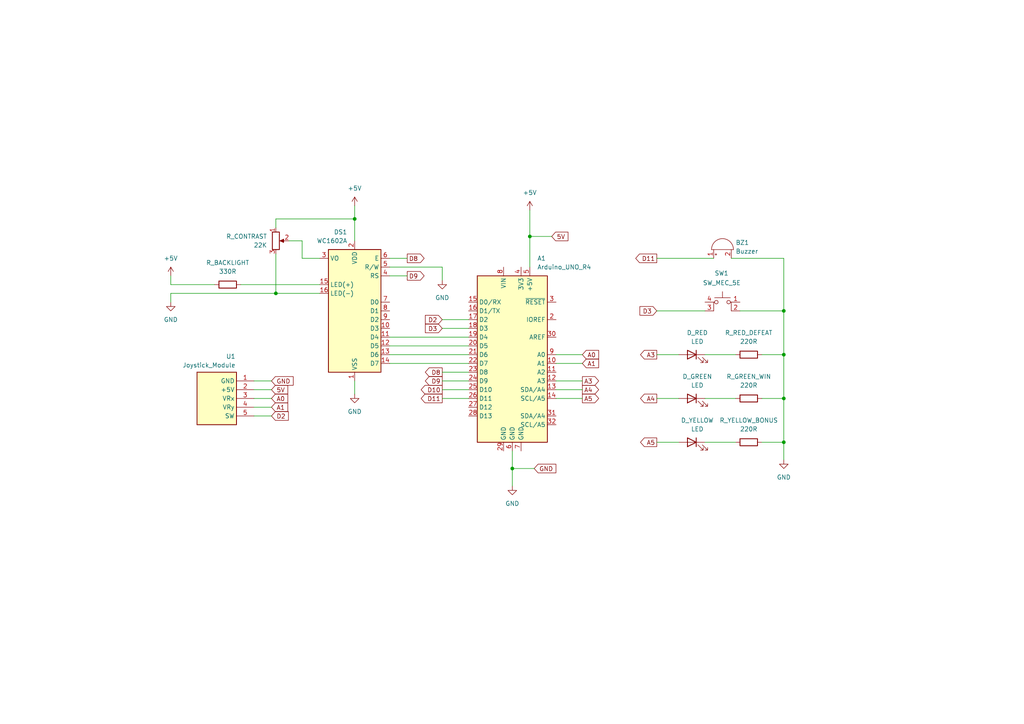
<source format=kicad_sch>
(kicad_sch (version 20250114) (generator "eeschema") (generator_version "9.0")
  (paper "A4")
  (lib_symbols
    (symbol "Device:Buzzer" (pin_names (offset 0.0254) (hide yes))
      (property "Reference" "BZ" (at 3.81 1.27 0))
      (property "Value" "Buzzer" (at 3.81 -1.27 0))
      (symbol "Buzzer_0_1"
        (polyline (pts (xy -1.651 1.905) (xy -1.143 1.905)))
        (polyline (pts (xy -1.397 2.159) (xy -1.397 1.651)))
        (arc (start 0 3.175) (mid 3.1612 0) (end 0 -3.175))
        (polyline (pts (xy 0 3.175) (xy 0 -3.175)))
      )
      (symbol "Buzzer_1_1"
        (pin passive line (at -2.54 2.54 0) (length 2.54) (name "+") (number "1"))
        (pin passive line (at -2.54 -2.54 0) (length 2.54) (name "-") (number "2"))
      )
    )
    (symbol "Device:LED" (pin_numbers (hide yes)) (pin_names (offset 1.016) (hide yes))
      (property "Reference" "D" (at 0 2.54 0))
      (property "Value" "LED" (at 0 -2.54 0))
      (symbol "LED_0_1"
        (polyline (pts (xy -3.048 -0.762) (xy -4.572 -2.286) (xy -3.81 -2.286) (xy -4.572 -2.286) (xy -4.572 -1.524)))
        (polyline (pts (xy -1.778 -0.762) (xy -3.302 -2.286) (xy -2.54 -2.286) (xy -3.302 -2.286) (xy -3.302 -1.524)))
        (polyline (pts (xy -1.27 0) (xy 1.27 0)))
        (polyline (pts (xy -1.27 -1.27) (xy -1.27 1.27)) (stroke (width 0.254)))
        (polyline (pts (xy 1.27 -1.27) (xy 1.27 1.27) (xy -1.27 0) (xy 1.27 -1.27)) (stroke (width 0.254)))
      )
      (symbol "LED_1_1"
        (pin passive line (at -3.81 0 0) (length 2.54) (name "K") (number "1"))
        (pin passive line (at 3.81 0 180) (length 2.54) (name "A") (number "2"))
      )
    )
    (symbol "Device:R" (pin_numbers (hide yes)) (pin_names (offset 0))
      (property "Reference" "R" (at 2.032 0 90))
      (property "Value" "R" (at 0 0 90))
      (symbol "R_0_1"
        (rectangle (start -1.016 -2.54) (end 1.016 2.54) (stroke (width 0.254)))
      )
      (symbol "R_1_1"
        (pin passive line (at 0 3.81 270) (length 1.27) (name "~") (number "1"))
        (pin passive line (at 0 -3.81 90) (length 1.27) (name "~") (number "2"))
      )
    )
    (symbol "Device:R_Potentiometer" (pin_names (offset 1.016) (hide yes))
      (property "Reference" "RV" (at -4.445 0 90))
      (property "Value" "R_Potentiometer" (at -2.54 0 90))
      (symbol "R_Potentiometer_0_1"
        (rectangle (start 1.016 2.54) (end -1.016 -2.54) (stroke (width 0.254)))
        (polyline (pts (xy 1.143 0) (xy 2.286 0.508) (xy 2.286 -0.508) (xy 1.143 0)) (fill (type outline)))
        (polyline (pts (xy 2.54 0) (xy 1.524 0)))
      )
      (symbol "R_Potentiometer_1_1"
        (pin passive line (at 0 3.81 270) (length 1.27) (name "1") (number "1"))
        (pin passive line (at 0 -3.81 90) (length 1.27) (name "3") (number "3"))
        (pin passive line (at 3.81 0 180) (length 1.27) (name "2") (number "2"))
      )
    )
    (symbol "Display_Character:WC1602A"
      (property "Reference" "DS" (at -5.842 19.05 0))
      (property "Value" "WC1602A" (at 5.334 19.05 0))
      (symbol "WC1602A_1_1"
        (rectangle (start -7.62 17.78) (end 7.62 -17.78) (stroke (width 0.254)) (fill (type background)))
        (pin input line (at -10.16 15.24 0) (length 2.54) (name "E") (number "6"))
        (pin input line (at -10.16 12.7 0) (length 2.54) (name "R/W") (number "5"))
        (pin input line (at -10.16 10.16 0) (length 2.54) (name "RS") (number "4"))
        (pin input line (at -10.16 2.54 0) (length 2.54) (name "D0") (number "7"))
        (pin input line (at -10.16 0 0) (length 2.54) (name "D1") (number "8"))
        (pin input line (at -10.16 -2.54 0) (length 2.54) (name "D2") (number "9"))
        (pin input line (at -10.16 -5.08 0) (length 2.54) (name "D3") (number "10"))
        (pin input line (at -10.16 -7.62 0) (length 2.54) (name "D4") (number "11"))
        (pin input line (at -10.16 -10.16 0) (length 2.54) (name "D5") (number "12"))
        (pin input line (at -10.16 -12.7 0) (length 2.54) (name "D6") (number "13"))
        (pin input line (at -10.16 -15.24 0) (length 2.54) (name "D7") (number "14"))
        (pin power_in line (at 0 20.32 270) (length 2.54) (name "VDD") (number "2"))
        (pin power_in line (at 0 -20.32 90) (length 2.54) (name "VSS") (number "1"))
        (pin input line (at 10.16 15.24 180) (length 2.54) (name "VO") (number "3"))
        (pin power_in line (at 10.16 7.62 180) (length 2.54) (name "LED(+)") (number "15"))
        (pin power_in line (at 10.16 5.08 180) (length 2.54) (name "LED(-)") (number "16"))
      )
    )
    (symbol "MCU_RoboticsLab:Arduino_UNO_R4"
      (property "Reference" "A" (at -10.16 23.495 0))
      (property "Value" "Arduino_UNO_R4" (at 5.08 -26.67 0))
      (symbol "Arduino_UNO_R4_0_1"
        (rectangle (start -10.16 22.86) (end 10.16 -25.4) (stroke (width 0.254)) (fill (type background)))
      )
      (symbol "Arduino_UNO_R4_1_1"
        (pin bidirectional line (at -12.7 15.24 0) (length 2.54) (name "D0/RX") (number "15"))
        (pin bidirectional line (at -12.7 12.7 0) (length 2.54) (name "D1/TX") (number "16"))
        (pin bidirectional line (at -12.7 10.16 0) (length 2.54) (name "D2") (number "17"))
        (pin bidirectional line (at -12.7 7.62 0) (length 2.54) (name "D3") (number "18"))
        (pin bidirectional line (at -12.7 5.08 0) (length 2.54) (name "D4") (number "19"))
        (pin bidirectional line (at -12.7 2.54 0) (length 2.54) (name "D5") (number "20"))
        (pin bidirectional line (at -12.7 0 0) (length 2.54) (name "D6") (number "21"))
        (pin bidirectional line (at -12.7 -2.54 0) (length 2.54) (name "D7") (number "22"))
        (pin bidirectional line (at -12.7 -5.08 0) (length 2.54) (name "D8") (number "23"))
        (pin bidirectional line (at -12.7 -7.62 0) (length 2.54) (name "D9") (number "24"))
        (pin bidirectional line (at -12.7 -10.16 0) (length 2.54) (name "D10") (number "25"))
        (pin bidirectional line (at -12.7 -12.7 0) (length 2.54) (name "D11") (number "26"))
        (pin bidirectional line (at -12.7 -15.24 0) (length 2.54) (name "D12") (number "27"))
        (pin bidirectional line (at -12.7 -17.78 0) (length 2.54) (name "D13") (number "28"))
        (pin no_connect line (at -10.16 -20.32 0) (length 2.54) (hide yes) (name "NC") (number "1"))
        (pin power_in line (at -2.54 25.4 270) (length 2.54) (name "VIN") (number "8"))
        (pin power_in line (at -2.54 -27.94 90) (length 2.54) (name "GND") (number "29"))
        (pin power_in line (at 0 -27.94 90) (length 2.54) (name "GND") (number "6"))
        (pin power_out line (at 2.54 25.4 270) (length 2.54) (name "3V3") (number "4"))
        (pin power_in line (at 2.54 -27.94 90) (length 2.54) (name "GND") (number "7"))
        (pin power_out line (at 5.08 25.4 270) (length 2.54) (name "+5V") (number "5"))
        (pin input line (at 12.7 15.24 180) (length 2.54) (name "~{RESET}") (number "3"))
        (pin output line (at 12.7 10.16 180) (length 2.54) (name "IOREF") (number "2"))
        (pin input line (at 12.7 5.08 180) (length 2.54) (name "AREF") (number "30"))
        (pin bidirectional line (at 12.7 0 180) (length 2.54) (name "A0") (number "9"))
        (pin bidirectional line (at 12.7 -2.54 180) (length 2.54) (name "A1") (number "10"))
        (pin bidirectional line (at 12.7 -5.08 180) (length 2.54) (name "A2") (number "11"))
        (pin bidirectional line (at 12.7 -7.62 180) (length 2.54) (name "A3") (number "12"))
        (pin bidirectional line (at 12.7 -10.16 180) (length 2.54) (name "SDA/A4") (number "13"))
        (pin bidirectional line (at 12.7 -12.7 180) (length 2.54) (name "SCL/A5") (number "14"))
        (pin bidirectional line (at 12.7 -17.78 180) (length 2.54) (name "SDA/A4") (number "31"))
        (pin bidirectional line (at 12.7 -20.32 180) (length 2.54) (name "SCL/A5") (number "32"))
      )
    )
    (symbol "Robotics_sensors:Joystick_Module"
      (property "Reference" "U" (at -4.826 12.192 0))
      (property "Value" "Joystick_Module" (at -4.826 9.652 0))
      (symbol "Joystick_Module_1_1"
        (rectangle (start -5.08 7.62) (end 6.35 -7.62) (stroke (width 0.254)) (fill (type background)))
        (pin power_in line (at -10.16 5.08 0) (length 5.08) (name "GND") (number "1"))
        (pin power_in line (at -10.16 2.54 0) (length 5.08) (name "+5V") (number "2"))
        (pin output line (at -10.16 0 0) (length 5.08) (name "VRx") (number "3"))
        (pin output line (at -10.16 -2.54 0) (length 5.08) (name "VRy") (number "4"))
        (pin output line (at -10.16 -5.08 0) (length 5.08) (name "SW") (number "5"))
      )
    )
    (symbol "Switch:SW_MEC_5E" (pin_names (offset 1.016) (hide yes))
      (property "Reference" "SW" (at 0.635 5.715 0))
      (property "Value" "SW_MEC_5E" (at 0 -3.175 0))
      (symbol "SW_MEC_5E_0_1"
        (polyline (pts (xy -2.54 0) (xy -2.54 2.54) (xy -2.286 2.54)))
        (polyline (pts (xy -2.286 3.81) (xy 2.286 3.81)))
        (circle (center -1.778 2.54) (radius 0.508))
        (polyline (pts (xy 0 3.81) (xy 0 5.588)))
        (circle (center 1.778 2.54) (radius 0.508))
        (polyline (pts (xy 2.54 0) (xy 2.54 2.54) (xy 2.286 2.54)))
        (pin passive line (at -5.08 2.54 0) (length 2.54) (name "1") (number "1"))
        (pin passive line (at -5.08 0 0) (length 2.54) (name "2") (number "2"))
        (pin passive line (at 5.08 2.54 180) (length 2.54) (name "A") (number "4"))
        (pin passive line (at 5.08 0 180) (length 2.54) (name "K") (number "3"))
      )
    )
    (symbol "power:+5V" (power) (pin_numbers (hide yes)) (pin_names (offset 0) (hide yes))
      (property "Value" "+5V" (at 0 3.556 0))
      (symbol "+5V_0_1"
        (polyline (pts (xy -0.762 1.27) (xy 0 2.54)))
        (polyline (pts (xy 0 2.54) (xy 0.762 1.27)))
        (polyline (pts (xy 0 0) (xy 0 2.54)))
      )
      (symbol "+5V_1_1"
        (pin power_in line (at 0 0 90) (length 0) (name "~") (number "1"))
      )
    )
    (symbol "power:GND" (power) (pin_numbers (hide yes)) (pin_names (offset 0) (hide yes))
      (property "Value" "GND" (at 0 -3.81 0))
      (symbol "GND_0_1"
        (polyline (pts (xy 0 0) (xy 0 -1.27) (xy 1.27 -1.27) (xy 0 -2.54) (xy -1.27 -1.27) (xy 0 -1.27)))
      )
      (symbol "GND_1_1"
        (pin power_in line (at 0 0 270) (length 0) (name "~") (number "1"))
      )
    )
  )
  (junction (at 227.33 115.57))
  (junction (at 227.33 90.17))
  (junction (at 80.01 85.09))
  (junction (at 153.67 68.58))
  (junction (at 148.59 135.89))
  (junction (at 227.33 102.87))
  (junction (at 102.87 63.5))
  (junction (at 227.33 128.27))
  (wire (pts (xy 78.74 115.57) (xy 73.66 115.57)))
  (wire (pts (xy 220.98 102.87) (xy 227.33 102.87)))
  (wire (pts (xy 113.03 77.47) (xy 128.27 77.47)))
  (wire (pts (xy 78.74 110.49) (xy 73.66 110.49)))
  (wire (pts (xy 113.03 97.79) (xy 135.89 97.79)))
  (wire (pts (xy 102.87 63.5) (xy 102.87 69.85)))
  (wire (pts (xy 102.87 63.5) (xy 80.01 63.5)))
  (wire (pts (xy 80.01 73.66) (xy 80.01 85.09)))
  (wire (pts (xy 87.63 69.85) (xy 87.63 74.93)))
  (wire (pts (xy 87.63 69.85) (xy 83.82 69.85)))
  (wire (pts (xy 204.47 128.27) (xy 213.36 128.27)))
  (wire (pts (xy 161.29 110.49) (xy 168.91 110.49)))
  (wire (pts (xy 161.29 105.41) (xy 168.91 105.41)))
  (wire (pts (xy 227.33 90.17) (xy 227.33 102.87)))
  (wire (pts (xy 128.27 115.57) (xy 135.89 115.57)))
  (wire (pts (xy 148.59 135.89) (xy 154.94 135.89)))
  (wire (pts (xy 113.03 105.41) (xy 135.89 105.41)))
  (wire (pts (xy 190.5 115.57) (xy 196.85 115.57)))
  (wire (pts (xy 220.98 115.57) (xy 227.33 115.57)))
  (wire (pts (xy 128.27 92.71) (xy 135.89 92.71)))
  (wire (pts (xy 92.71 82.55) (xy 69.85 82.55)))
  (wire (pts (xy 128.27 110.49) (xy 135.89 110.49)))
  (wire (pts (xy 204.47 115.57) (xy 213.36 115.57)))
  (wire (pts (xy 78.74 120.65) (xy 73.66 120.65)))
  (wire (pts (xy 148.59 135.89) (xy 148.59 140.97)))
  (wire (pts (xy 227.33 115.57) (xy 227.33 128.27)))
  (wire (pts (xy 161.29 102.87) (xy 168.91 102.87)))
  (wire (pts (xy 128.27 95.25) (xy 135.89 95.25)))
  (wire (pts (xy 212.09 74.93) (xy 227.33 74.93)))
  (wire (pts (xy 227.33 74.93) (xy 227.33 90.17)))
  (wire (pts (xy 220.98 128.27) (xy 227.33 128.27)))
  (wire (pts (xy 128.27 107.95) (xy 135.89 107.95)))
  (wire (pts (xy 92.71 85.09) (xy 80.01 85.09)))
  (wire (pts (xy 49.53 82.55) (xy 49.53 80.01)))
  (wire (pts (xy 153.67 68.58) (xy 153.67 77.47)))
  (wire (pts (xy 227.33 128.27) (xy 227.33 133.35)))
  (wire (pts (xy 161.29 115.57) (xy 168.91 115.57)))
  (wire (pts (xy 148.59 130.81) (xy 148.59 135.89)))
  (wire (pts (xy 113.03 102.87) (xy 135.89 102.87)))
  (wire (pts (xy 161.29 113.03) (xy 168.91 113.03)))
  (wire (pts (xy 190.5 128.27) (xy 196.85 128.27)))
  (wire (pts (xy 153.67 60.96) (xy 153.67 68.58)))
  (wire (pts (xy 113.03 100.33) (xy 135.89 100.33)))
  (wire (pts (xy 113.03 74.93) (xy 118.11 74.93)))
  (wire (pts (xy 214.63 90.17) (xy 227.33 90.17)))
  (wire (pts (xy 190.5 74.93) (xy 207.01 74.93)))
  (wire (pts (xy 102.87 59.69) (xy 102.87 63.5)))
  (wire (pts (xy 49.53 85.09) (xy 49.53 87.63)))
  (wire (pts (xy 227.33 102.87) (xy 227.33 115.57)))
  (wire (pts (xy 113.03 80.01) (xy 118.11 80.01)))
  (wire (pts (xy 102.87 110.49) (xy 102.87 114.3)))
  (wire (pts (xy 87.63 74.93) (xy 92.71 74.93)))
  (wire (pts (xy 78.74 113.03) (xy 73.66 113.03)))
  (wire (pts (xy 128.27 113.03) (xy 135.89 113.03)))
  (wire (pts (xy 190.5 90.17) (xy 204.47 90.17)))
  (wire (pts (xy 78.74 118.11) (xy 73.66 118.11)))
  (wire (pts (xy 49.53 82.55) (xy 62.23 82.55)))
  (wire (pts (xy 204.47 102.87) (xy 213.36 102.87)))
  (wire (pts (xy 153.67 68.58) (xy 160.02 68.58)))
  (wire (pts (xy 128.27 77.47) (xy 128.27 81.28)))
  (wire (pts (xy 190.5 102.87) (xy 196.85 102.87)))
  (wire (pts (xy 80.01 85.09) (xy 49.53 85.09)))
  (wire (pts (xy 80.01 63.5) (xy 80.01 66.04)))
  (global_label "A4" (shape output) (at 168.91 113.03 0) (property "Intersheetrefs" "${INTERSHEET_REFS}" (effects (hide yes))))
  (global_label "A3" (shape output) (at 190.5 102.87 180) (property "Intersheetrefs" "${INTERSHEET_REFS}" (effects (hide yes))))
  (global_label "D10" (shape output) (at 128.27 113.03 180) (property "Intersheetrefs" "${INTERSHEET_REFS}" (effects (hide yes))))
  (global_label "D8" (shape output) (at 128.27 107.95 180) (property "Intersheetrefs" "${INTERSHEET_REFS}" (effects (hide yes))))
  (global_label "A5" (shape output) (at 168.91 115.57 0) (property "Intersheetrefs" "${INTERSHEET_REFS}" (effects (hide yes))))
  (global_label "5V" (shape input) (at 160.02 68.58 0) (property "Intersheetrefs" "${INTERSHEET_REFS}" (effects (hide yes))))
  (global_label "A5" (shape output) (at 190.5 128.27 180) (property "Intersheetrefs" "${INTERSHEET_REFS}" (effects (hide yes))))
  (global_label "GND" (shape input) (at 154.94 135.89 0) (property "Intersheetrefs" "${INTERSHEET_REFS}" (effects (hide yes))))
  (global_label "GND" (shape input) (at 78.74 110.49 0) (property "Intersheetrefs" "${INTERSHEET_REFS}" (effects (hide yes))))
  (global_label "D3" (shape input) (at 128.27 95.25 180) (property "Intersheetrefs" "${INTERSHEET_REFS}" (effects (hide yes))))
  (global_label "D2" (shape input) (at 128.27 92.71 180) (property "Intersheetrefs" "${INTERSHEET_REFS}" (effects (hide yes))))
  (global_label "A0" (shape input) (at 78.74 115.57 0) (property "Intersheetrefs" "${INTERSHEET_REFS}" (effects (hide yes))))
  (global_label "D11" (shape output) (at 128.27 115.57 180) (property "Intersheetrefs" "${INTERSHEET_REFS}" (effects (hide yes))))
  (global_label "D9" (shape output) (at 118.11 80.01 0) (property "Intersheetrefs" "${INTERSHEET_REFS}" (effects (hide yes))))
  (global_label "A0" (shape input) (at 168.91 102.87 0) (property "Intersheetrefs" "${INTERSHEET_REFS}" (effects (hide yes))))
  (global_label "A4" (shape output) (at 190.5 115.57 180) (property "Intersheetrefs" "${INTERSHEET_REFS}" (effects (hide yes))))
  (global_label "5V" (shape input) (at 78.74 113.03 0) (property "Intersheetrefs" "${INTERSHEET_REFS}" (effects (hide yes))))
  (global_label "A3" (shape output) (at 168.91 110.49 0) (property "Intersheetrefs" "${INTERSHEET_REFS}" (effects (hide yes))))
  (global_label "D11" (shape output) (at 190.5 74.93 180) (property "Intersheetrefs" "${INTERSHEET_REFS}" (effects (hide yes))))
  (global_label "D3" (shape input) (at 190.5 90.17 180) (property "Intersheetrefs" "${INTERSHEET_REFS}" (effects (hide yes))))
  (global_label "D8" (shape output) (at 118.11 74.93 0) (property "Intersheetrefs" "${INTERSHEET_REFS}" (effects (hide yes))))
  (global_label "A1" (shape input) (at 78.74 118.11 0) (property "Intersheetrefs" "${INTERSHEET_REFS}" (effects (hide yes))))
  (global_label "D9" (shape output) (at 128.27 110.49 180) (property "Intersheetrefs" "${INTERSHEET_REFS}" (effects (hide yes))))
  (global_label "A1" (shape input) (at 168.91 105.41 0) (property "Intersheetrefs" "${INTERSHEET_REFS}" (effects (hide yes))))
  (global_label "D2" (shape input) (at 78.74 120.65 0) (property "Intersheetrefs" "${INTERSHEET_REFS}" (effects (hide yes))))
  (symbol (lib_id "power:GND") (at 102.87 114.3 0) (mirror y) (unit 1)
    (property "Reference" "#PWR04" (effects (hide yes)))
    (property "Value" "GND" (at 102.87 119.38 0))
    (property "Description" "Power symbol creates a global label with name \"GND\" , ground" (effects (hide yes)))
  )
  (symbol (lib_id "Device:Buzzer") (at 209.55 72.39 90) (unit 1)
    (property "Reference" "BZ1" (at 213.36 70.3648 90) (effects (justify right)))
    (property "Value" "Buzzer" (at 213.36 72.9048 90) (effects (justify right)))
    (property "Description" "Buzzer, polarized" (effects (hide yes)))
  )
  (symbol (lib_id "power:GND") (at 227.33 133.35 0) (unit 1)
    (property "Reference" "#PWR010" (effects (hide yes)))
    (property "Value" "GND" (at 227.33 138.43 0))
    (property "Description" "Power symbol creates a global label with name \"GND\" , ground" (effects (hide yes)))
  )
  (symbol (lib_id "Device:LED") (at 200.66 102.87 0) (mirror y) (unit 1)
    (property "Reference" "D_RED" (at 202.2475 96.52 0))
    (property "Value" "LED" (at 202.2475 99.06 0))
    (property "Description" "Light emitting diode" (effects (hide yes)))
    (property "Sim.Pins" "1=K 2=A" (effects (hide yes)))
  )
  (symbol (lib_id "Robotics_sensors:Joystick_Module") (at 63.5 115.57 0) (mirror y) (unit 1)
    (property "Reference" "U1" (at 68.326 103.378 0) (effects (font (thickness 0.1588)) (justify left)))
    (property "Value" "Joystick_Module" (at 68.326 105.918 0) (effects (justify left)))
  )
  (symbol (lib_id "power:+5V") (at 102.87 59.69 0) (mirror y) (unit 1)
    (property "Reference" "#PWR02" (effects (hide yes)))
    (property "Value" "+5V" (at 102.87 54.61 0))
    (property "Description" "Power symbol creates a global label with name \"+5V\"" (effects (hide yes)))
  )
  (symbol (lib_id "Device:R") (at 217.17 128.27 90) (unit 1)
    (property "Reference" "R_YELLOW_BONUS" (at 217.17 121.92 90))
    (property "Value" "220R" (at 217.17 124.46 90))
    (property "Description" "Resistor" (effects (hide yes)))
  )
  (symbol (lib_id "Device:R_Potentiometer") (at 80.01 69.85 0) (unit 1)
    (property "Reference" "R_CONTRAST" (at 77.47 68.5799 0) (effects (justify right)))
    (property "Value" "22K" (at 77.47 71.1199 0) (effects (justify right)))
    (property "Description" "Potentiometer" (effects (hide yes)))
  )
  (symbol (lib_id "power:+5V") (at 153.67 60.96 0) (unit 1)
    (property "Reference" "#PWR01" (effects (hide yes)))
    (property "Value" "+5V" (at 153.67 55.88 0))
    (property "Description" "Power symbol creates a global label with name \"+5V\"" (effects (hide yes)))
  )
  (symbol (lib_id "Device:R") (at 217.17 102.87 90) (unit 1)
    (property "Reference" "R_RED_DEFEAT" (at 217.17 96.52 90))
    (property "Value" "220R" (at 217.17 99.06 90))
    (property "Description" "Resistor" (effects (hide yes)))
  )
  (symbol (lib_id "power:GND") (at 128.27 81.28 0) (unit 1)
    (property "Reference" "#PWR07" (effects (hide yes)))
    (property "Value" "GND" (at 128.27 86.36 0))
    (property "Description" "Power symbol creates a global label with name \"GND\" , ground" (effects (hide yes)))
  )
  (symbol (lib_id "Switch:SW_MEC_5E") (at 209.55 90.17 0) (mirror y) (unit 1)
    (property "Reference" "SW1" (at 211.328 79.248 0) (effects (justify left)))
    (property "Value" "SW_MEC_5E" (at 214.884 82.042 0) (effects (justify left)))
    (property "Datasheet" "http://www.apem.com/int/index.php?controller=attachment&id_attachment=1371" (effects (hide yes)))
    (property "Description" "MEC 5E single pole normally-open tactile switch" (effects (hide yes)))
  )
  (symbol (lib_id "Device:LED") (at 200.66 128.27 0) (mirror y) (unit 1)
    (property "Reference" "D_YELLOW" (at 202.2475 121.92 0))
    (property "Value" "LED" (at 202.2475 124.46 0))
    (property "Description" "Light emitting diode" (effects (hide yes)))
    (property "Sim.Pins" "1=K 2=A" (effects (hide yes)))
  )
  (symbol (lib_id "Display_Character:WC1602A") (at 102.87 90.17 0) (mirror y) (unit 1)
    (property "Reference" "DS1" (at 100.7267 67.31 0) (effects (justify left)))
    (property "Value" "WC1602A" (at 100.7267 69.85 0) (effects (justify left)))
    (property "Footprint" "Display:WC1602A" (effects (hide yes)))
    (property "Datasheet" "http://www.wincomlcd.com/pdf/WC1602A-SFYLYHTC06.pdf" (effects (hide yes)))
    (property "Description" "LCD 16x2 Alphanumeric , 8 bit parallel bus, 5V VDD" (effects (hide yes)))
  )
  (symbol (lib_id "Device:LED") (at 200.66 115.57 0) (mirror y) (unit 1)
    (property "Reference" "D_GREEN" (at 202.2475 109.22 0))
    (property "Value" "LED" (at 202.2475 111.76 0))
    (property "Description" "Light emitting diode" (effects (hide yes)))
    (property "Sim.Pins" "1=K 2=A" (effects (hide yes)))
  )
  (symbol (lib_id "power:GND") (at 49.53 87.63 0) (mirror y) (unit 1)
    (property "Reference" "#PWR06" (effects (hide yes)))
    (property "Value" "GND" (at 49.53 92.71 0))
    (property "Description" "Power symbol creates a global label with name \"GND\" , ground" (effects (hide yes)))
  )
  (symbol (lib_id "Device:R") (at 66.04 82.55 270) (unit 1)
    (property "Reference" "R_BACKLIGHT" (at 66.04 76.2 90))
    (property "Value" "330R" (at 66.04 78.74 90))
    (property "Description" "Resistor" (effects (hide yes)))
  )
  (symbol (lib_id "power:GND") (at 148.59 140.97 0) (unit 1)
    (property "Reference" "#PWR03" (effects (hide yes)))
    (property "Value" "GND" (at 148.59 146.05 0))
    (property "Description" "Power symbol creates a global label with name \"GND\" , ground" (effects (hide yes)))
  )
  (symbol (lib_id "MCU_RoboticsLab:Arduino_UNO_R4") (at 148.59 102.87 0) (unit 1)
    (property "Reference" "A1" (at 155.8133 74.93 0) (effects (justify left)))
    (property "Value" "Arduino_UNO_R4" (at 155.8133 77.47 0) (effects (justify left)))
    (property "Footprint" "Module:Arduino_UNO_R3" (effects (hide yes)))
    (property "Datasheet" "https://www.arduino.cc/en/Main/arduinoBoardUno" (effects (hide yes)))
    (property "Description" "Arduino UNO Microcontroller Module, release 3" (effects (hide yes)))
  )
  (symbol (lib_id "Device:R") (at 217.17 115.57 90) (unit 1)
    (property "Reference" "R_GREEN_WIN" (at 217.17 109.22 90))
    (property "Value" "220R" (at 217.17 111.76 90))
    (property "Description" "Resistor" (effects (hide yes)))
  )
  (symbol (lib_id "power:+5V") (at 49.53 80.01 0) (mirror y) (unit 1)
    (property "Reference" "#PWR05" (effects (hide yes)))
    (property "Value" "+5V" (at 49.53 74.93 0))
    (property "Description" "Power symbol creates a global label with name \"+5V\"" (effects (hide yes)))
  )
)
</source>
